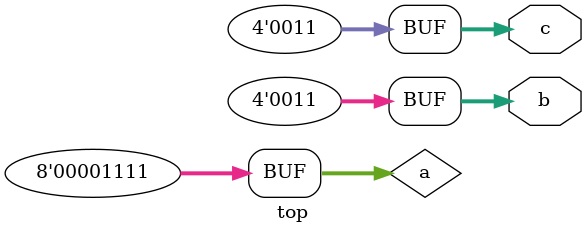
<source format=sv>
/* Generated by Synlig (git sha1 9705b16a7, g++ 12.2.0-14 -fPIC -O3) */

(* top =  1  *)
(* src = "/root/synlig/synlig/tests/simple_tests/IndexedPartSelect/top.sv:1.1-6.10" *)
module top(b, c);
  (* src = "/root/synlig/synlig/tests/simple_tests/IndexedPartSelect/top.sv:2.14-2.15" *)
  wire [7:0] a;
  (* src = "/root/synlig/synlig/tests/simple_tests/IndexedPartSelect/top.sv:1.25-1.26" *)
  output [3:0] b;
  wire [3:0] b;
  (* src = "/root/synlig/synlig/tests/simple_tests/IndexedPartSelect/top.sv:1.41-1.42" *)
  output [3:0] c;
  wire [3:0] c;
  assign a = 8'h0f;
  assign b = 4'h3;
  assign c = 4'h3;
endmodule

</source>
